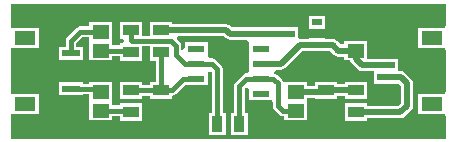
<source format=gtl>
G04 Layer_Physical_Order=1*
G04 Layer_Color=255*
%FSLAX24Y24*%
%MOIN*%
G70*
G01*
G75*
%ADD10R,0.0610X0.0236*%
%ADD11R,0.0709X0.0472*%
%ADD12R,0.0571X0.0236*%
%ADD13R,0.0374X0.0532*%
%ADD14R,0.0571X0.0453*%
%ADD15R,0.0532X0.0374*%
%ADD16R,0.0354X0.0236*%
%ADD17C,0.0200*%
%ADD18C,0.0150*%
%ADD19C,0.0500*%
G36*
X14750Y4031D02*
X14730Y3939D01*
X14650Y3939D01*
X13821D01*
Y3267D01*
X14650D01*
X14730Y3267D01*
X14750Y3175D01*
Y1826D01*
X14730Y1734D01*
X14650Y1734D01*
X13821D01*
Y1062D01*
X14650D01*
X14730Y1062D01*
X14750Y970D01*
Y250D01*
X250D01*
Y969D01*
X270Y1061D01*
X350Y1061D01*
X1179D01*
Y1733D01*
X350D01*
X270Y1733D01*
X250Y1825D01*
Y3174D01*
X270Y3266D01*
X350Y3266D01*
X1179D01*
Y3938D01*
X350D01*
X270Y3938D01*
X250Y4030D01*
Y4750D01*
X14750D01*
Y4031D01*
D02*
G37*
%LPC*%
G36*
X10730Y4342D02*
X10176D01*
Y3906D01*
X10730D01*
Y4342D01*
D02*
G37*
G36*
X5616Y4151D02*
X4884D01*
Y3678D01*
X4616D01*
Y4151D01*
X3884D01*
Y3577D01*
X3994D01*
X4029Y3513D01*
X3968Y3423D01*
X3884D01*
Y3363D01*
X3635D01*
Y3489D01*
Y4141D01*
X2865D01*
Y3993D01*
X2565D01*
X2497Y3980D01*
X2439Y3941D01*
X2124Y3626D01*
X2085Y3568D01*
X2072Y3500D01*
Y3308D01*
X1845D01*
Y2872D01*
X2655D01*
Y3308D01*
X2428D01*
Y3426D01*
X2639Y3637D01*
X2865D01*
Y3489D01*
Y2859D01*
X3635D01*
Y3007D01*
X3884D01*
Y2849D01*
X4616D01*
Y3322D01*
X4884D01*
Y2849D01*
X5072D01*
Y2151D01*
X4884D01*
Y2043D01*
X4616D01*
Y2151D01*
X3884D01*
Y1577D01*
X4616D01*
Y1686D01*
X4884D01*
Y1577D01*
X5616D01*
Y1686D01*
X5682Y1699D01*
X5740Y1738D01*
X5972Y1970D01*
X6042Y2032D01*
Y2032D01*
X6042Y2032D01*
X6813D01*
Y2456D01*
X6838Y2476D01*
X6913Y2498D01*
X6957Y2454D01*
Y1116D01*
X6849D01*
Y384D01*
X7423D01*
Y1116D01*
X7314D01*
Y2564D01*
X7301Y2632D01*
X7262Y2690D01*
X7076Y2876D01*
X7018Y2915D01*
X6950Y2928D01*
X6883D01*
X6813Y2999D01*
Y3032D01*
X6813Y3068D01*
Y3468D01*
X6042D01*
Y3258D01*
X5942Y3204D01*
X5928Y3213D01*
Y3336D01*
X5915Y3404D01*
X5876Y3462D01*
X5778Y3560D01*
X5820Y3660D01*
X7351D01*
X7406Y3606D01*
X7472Y3562D01*
X7550Y3546D01*
X8134D01*
X8187Y3468D01*
X8187Y3446D01*
Y3068D01*
X8187Y2968D01*
X8187Y2932D01*
Y2568D01*
X8187Y2463D01*
X8100Y2428D01*
X8032Y2415D01*
X7974Y2376D01*
X7974Y2376D01*
X7738Y2140D01*
X7699Y2082D01*
X7686Y2014D01*
Y1116D01*
X7577D01*
Y384D01*
X8151D01*
Y1116D01*
X8043D01*
Y1918D01*
X8093Y1956D01*
X8117Y1950D01*
X8187Y1904D01*
Y1532D01*
X8872D01*
X8958Y1532D01*
X8972Y1437D01*
Y1350D01*
X8985Y1282D01*
X9024Y1224D01*
X9189Y1059D01*
X9247Y1020D01*
X9315Y1007D01*
X9365D01*
Y859D01*
X10135D01*
Y1489D01*
Y1611D01*
X10384D01*
Y1577D01*
X11116D01*
Y1660D01*
X11384D01*
Y1577D01*
X12116D01*
Y2151D01*
X11384D01*
Y2068D01*
X11116D01*
Y2151D01*
X10384D01*
Y2019D01*
X10135D01*
Y2141D01*
X9365D01*
X9291Y2204D01*
X9276Y2226D01*
X9126Y2376D01*
X9068Y2415D01*
X9046Y2419D01*
X9033Y2446D01*
X9094Y2546D01*
X9250D01*
X9328Y2562D01*
X9394Y2606D01*
X9960Y3172D01*
X10176D01*
Y3158D01*
X10730D01*
Y3172D01*
X10890D01*
X11021Y3041D01*
X11087Y2997D01*
X11165Y2981D01*
X11165Y2981D01*
X11365D01*
Y2859D01*
X11554D01*
X11562Y2822D01*
X11606Y2756D01*
X11808Y2553D01*
X11875Y2509D01*
X11953Y2493D01*
X12345D01*
Y2086D01*
X13155D01*
X13232Y2030D01*
X13246Y2016D01*
Y1434D01*
X13151Y1340D01*
X12116D01*
Y1423D01*
X11384D01*
Y849D01*
X12116D01*
Y932D01*
X13236D01*
X13314Y947D01*
X13380Y992D01*
X13594Y1206D01*
X13638Y1272D01*
X13654Y1350D01*
Y2100D01*
X13638Y2178D01*
X13594Y2244D01*
X13390Y2448D01*
X13324Y2492D01*
X13246Y2508D01*
X13155D01*
Y2916D01*
X12345D01*
Y2901D01*
X12135D01*
Y3511D01*
X11365D01*
Y3389D01*
X11249D01*
X11118Y3520D01*
X11052Y3564D01*
X10974Y3580D01*
X10730D01*
Y3594D01*
X10176D01*
Y3580D01*
X9876D01*
X9824Y3622D01*
Y3968D01*
X9270D01*
Y3954D01*
X7634D01*
X7580Y4008D01*
X7514Y4053D01*
X7436Y4068D01*
X5616D01*
Y4151D01*
D02*
G37*
G36*
X3635Y2141D02*
X2865D01*
Y2087D01*
X2655D01*
Y2127D01*
X1845D01*
Y1691D01*
X2655D01*
Y1730D01*
X2865D01*
Y1489D01*
Y859D01*
X3635D01*
Y1007D01*
X3884D01*
Y849D01*
X4616D01*
Y1423D01*
X3884D01*
Y1363D01*
X3635D01*
Y1489D01*
Y2141D01*
D02*
G37*
%LPD*%
D10*
X2250Y1909D02*
D03*
Y2303D02*
D03*
Y2696D02*
D03*
Y3090D02*
D03*
X12750Y3091D02*
D03*
Y2697D02*
D03*
Y2304D02*
D03*
Y1910D02*
D03*
D11*
X724Y3602D02*
D03*
Y1397D02*
D03*
X14276Y1398D02*
D03*
Y3603D02*
D03*
D12*
X8573Y1750D02*
D03*
Y2250D02*
D03*
Y2750D02*
D03*
Y3250D02*
D03*
X6427Y1750D02*
D03*
Y2250D02*
D03*
Y2750D02*
D03*
Y3250D02*
D03*
D13*
X7864Y750D02*
D03*
X7136D02*
D03*
D14*
X11750Y3185D02*
D03*
Y3815D02*
D03*
X9750Y1815D02*
D03*
Y1185D02*
D03*
X3250Y1185D02*
D03*
Y1815D02*
D03*
Y3185D02*
D03*
Y3815D02*
D03*
D15*
X10750Y1864D02*
D03*
Y1136D02*
D03*
X11750Y1864D02*
D03*
Y1136D02*
D03*
X4250Y1864D02*
D03*
Y1136D02*
D03*
Y3864D02*
D03*
Y3136D02*
D03*
X5250Y1136D02*
D03*
Y1864D02*
D03*
Y3864D02*
D03*
Y3136D02*
D03*
D16*
X10453Y3376D02*
D03*
Y4124D02*
D03*
X9547Y3750D02*
D03*
D17*
X13450Y1350D02*
Y2100D01*
X13236Y1136D02*
X13450Y1350D01*
X11750Y1136D02*
X13236D01*
X13246Y2304D02*
X13450Y2100D01*
X12750Y2304D02*
X13246D01*
X10750Y1864D02*
X11750D01*
X10701Y1815D02*
X10750Y1864D01*
X9750Y1815D02*
X10701D01*
X11750Y2900D02*
X11953Y2697D01*
X11750Y2900D02*
Y3185D01*
X11953Y2697D02*
X12750D01*
X11165Y3185D02*
X11750D01*
X10974Y3376D02*
X11165Y3185D01*
X10453Y3376D02*
X10974D01*
X8573Y2750D02*
X9250D01*
X9876Y3376D01*
X10453D01*
X7550Y3750D02*
X9547D01*
X7436Y3864D02*
X7550Y3750D01*
X5250Y3864D02*
X7436D01*
D18*
X9315Y1185D02*
X9750D01*
X9150Y1350D02*
X9315Y1185D01*
X9150Y1350D02*
Y2100D01*
X9000Y2250D02*
X9150Y2100D01*
X8573Y2250D02*
X9000D01*
X8100D02*
X8573D01*
X7864Y2014D02*
X8100Y2250D01*
X7864Y750D02*
Y2014D01*
X6427Y2750D02*
X6950D01*
X7136Y2564D01*
Y750D02*
Y2564D01*
X4201Y1185D02*
X4250Y1136D01*
X3250Y1185D02*
X4201D01*
X6000Y2250D02*
X6427D01*
X5614Y1864D02*
X6000Y2250D01*
X5250Y1864D02*
X5614D01*
X5250D02*
Y3136D01*
X4250Y1864D02*
X5250D01*
X6050Y2750D02*
X6427D01*
X4250Y3550D02*
Y3864D01*
Y3550D02*
X4300Y3500D01*
X5586D01*
X5750Y3336D01*
Y3050D02*
Y3336D01*
Y3050D02*
X6050Y2750D01*
X4201Y3185D02*
X4250Y3136D01*
X3250Y3185D02*
X4201D01*
X3156Y1909D02*
X3250Y1815D01*
X2250Y1909D02*
X3156D01*
X2565Y3815D02*
X3250D01*
X2250Y3500D02*
X2565Y3815D01*
X2250Y3090D02*
Y3500D01*
D19*
X2400Y600D02*
D03*
X1600D02*
D03*
X800D02*
D03*
X12600D02*
D03*
X13400D02*
D03*
X14200D02*
D03*
X6500Y4400D02*
D03*
X8400D02*
D03*
X9200D02*
D03*
X11250Y2500D02*
D03*
X6250Y1000D02*
D03*
M02*

</source>
